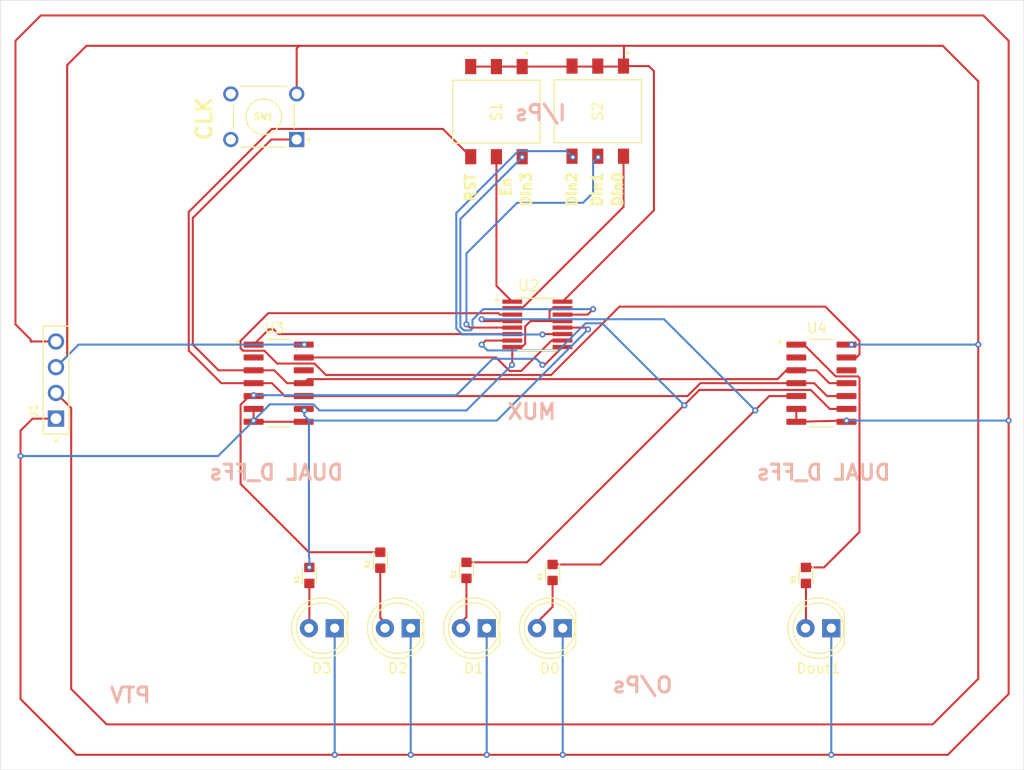
<source format=kicad_pcb>
(kicad_pcb (version 20240108) (generator "pcbnew") (generator_version "8.0")
  (layers (0 "F.Cu" signal) (31 "B.Cu" signal) (34 "B.Paste" user) (35 "F.Paste" user) (36 "B.SilkS" user "B.Silkscreen") (37 "F.SilkS" user "F.Silkscreen") (38 "B.Mask" user) (39 "F.Mask" user) (44 "Edge.Cuts" user))
  (net 0 "")
  (net 1 "D0")
  (net 2 "D1")
  (net 3 "D2")
  (net 4 "D3")
  (net 5 "Dout")
  (net 6 "CLK")
  (net 7 "RST")
  (net 8 "En")
  (net 9 "Net-(D0-A)")
  (net 10 "Net-(D1-A)")
  (net 11 "Net-(D2-A)")
  (net 12 "Net-(D3-A)")
  (net 15 "Vdd")
  (net 16 "GND")
  (net 17 "Net-(U2-S4A)")
  (net 18 "Net-(U2-S2A)")
  (net 19 "Net-(U2-S1A)")
  (net 20 "Net-(U2-S3A)")
  (net 21 "Net-(U2-S1B)")
  (net 22 "Net-(U2-S2B)")
  (net 23 "Net-(U2-S3B)")
  (net 24 "Net-(Dout1-A)")
  (footprint "LED_THT:LED_D5.0mm" (layer "F.Cu") (at 133 150.5 180)
    (property "Reference" "D2" (at 1.27 -3.96 180) (layer "F.SilkS"))
    (property "Value" "LED")
    (fp_line (start -1.29 -1.545) (end -1.29 1.545) (stroke (width 0.12)) (layer "F.SilkS"))
    (fp_arc (start 4.26 -0.000462) (mid 2.072002 2.880433) (end -1.29 1.54483) (stroke (width 0.12)) (layer "F.SilkS"))
    (fp_arc (start -1.29 -1.54483) (mid 2.072002 -2.880433) (end 4.26 0.000462) (stroke (width 0.12)) (layer "F.SilkS"))
    (fp_circle (center 1.27 0) (end 3.77 0) (stroke (width 0.12)) (fill none) (layer "F.SilkS"))
    (pad "1" thru_hole rect (at 0 0 180) (size 1.8 1.8) (drill 0.9) (layers "*.Cu" "*.Mask") (net 16 "GND"))
    (pad "2" thru_hole circle (at 2.54 0 180) (size 1.8 1.8) (drill 0.9) (layers "*.Cu" "*.Mask") (net 11 "Net-(D2-A)"))
  )
  (footprint "ADG794BRQZ:SOP64P600X175-16N" (layer "F.Cu") (at 145.5 120.5)
    (property "Reference" "U2" (at -0.856285 -3.806405 0) (layer "F.SilkS") (effects (font (size 1.083835 1.083835))))
    (property "Value" "ADG794BRQZ")
    (fp_line (start -1.955 -2.575) (end 1.955 -2.575) (stroke (width 0.127)) (layer "F.SilkS"))
    (fp_line (start -1.955 2.575) (end 1.955 2.575) (stroke (width 0.127)) (layer "F.SilkS"))
    (fp_circle (center -4.04 -2.45) (end -3.84 -2.45) (fill solid) (layer "F.SilkS"))
    (pad "1" smd roundrect (at -2.48 -2.24) (size 1.96 0.41) (layers "F.Cu" "F.Paste" "F.Mask") (roundrect_rratio 0.05) (net 8 "En"))
    (pad "2" smd roundrect (at -2.48 -1.6) (size 1.96 0.41) (layers "F.Cu" "F.Paste" "F.Mask") (roundrect_rratio 0.05) (net 19 "Net-(U2-S1A)"))
    (pad "3" smd roundrect (at -2.48 -0.96) (size 1.96 0.41) (layers "F.Cu" "F.Paste" "F.Mask") (roundrect_rratio 0.05) (net 21 "Net-(U2-S1B)"))
    (pad "4" smd roundrect (at -2.48 -0.32) (size 1.96 0.41) (layers "F.Cu" "F.Paste" "F.Mask") (roundrect_rratio 0.05) (net 1 "D0"))
    (pad "5" smd roundrect (at -2.48 0.32) (size 1.96 0.41) (layers "F.Cu" "F.Paste" "F.Mask") (roundrect_rratio 0.05) (net 18 "Net-(U2-S2A)"))
    (pad "6" smd roundrect (at -2.48 0.96) (size 1.96 0.41) (layers "F.Cu" "F.Paste" "F.Mask") (roundrect_rratio 0.05) (net 22 "Net-(U2-S2B)"))
    (pad "7" smd roundrect (at -2.48 1.6) (size 1.96 0.41) (layers "F.Cu" "F.Paste" "F.Mask") (roundrect_rratio 0.05) (net 2 "D1"))
    (pad "8" smd roundrect (at -2.48 2.24) (size 1.96 0.41) (layers "F.Cu" "F.Paste" "F.Mask") (roundrect_rratio 0.05) (net 16 "GND"))
    (pad "9" smd roundrect (at 2.48 2.24) (size 1.96 0.41) (layers "F.Cu" "F.Paste" "F.Mask") (roundrect_rratio 0.05) (net 3 "D2"))
    (pad "10" smd roundrect (at 2.48 1.6) (size 1.96 0.41) (layers "F.Cu" "F.Paste" "F.Mask") (roundrect_rratio 0.05) (net 23 "Net-(U2-S3B)"))
    (pad "11" smd roundrect (at 2.48 0.96) (size 1.96 0.41) (layers "F.Cu" "F.Paste" "F.Mask") (roundrect_rratio 0.05) (net 20 "Net-(U2-S3A)"))
    (pad "12" smd roundrect (at 2.48 0.32) (size 1.96 0.41) (layers "F.Cu" "F.Paste" "F.Mask") (roundrect_rratio 0.05) (net 4 "D3"))
    (pad "13" smd roundrect (at 2.48 -0.32) (size 1.96 0.41) (layers "F.Cu" "F.Paste" "F.Mask") (roundrect_rratio 0.05) (net 16 "GND"))
    (pad "14" smd roundrect (at 2.48 -0.96) (size 1.96 0.41) (layers "F.Cu" "F.Paste" "F.Mask") (roundrect_rratio 0.05) (net 17 "Net-(U2-S4A)"))
    (pad "15" smd roundrect (at 2.48 -1.6) (size 1.96 0.41) (layers "F.Cu" "F.Paste" "F.Mask") (roundrect_rratio 0.05) (net 16 "GND"))
    (pad "16" smd roundrect (at 2.48 -2.24) (size 1.96 0.41) (layers "F.Cu" "F.Paste" "F.Mask") (roundrect_rratio 0.05) (net 15 "Vdd"))
  )
  (footprint "LED_THT:LED_D5.0mm" (layer "F.Cu") (at 148 150.5 180)
    (property "Reference" "D0" (at 1.27 -3.96 180) (layer "F.SilkS"))
    (property "Value" "LED")
    (fp_line (start -1.29 -1.545) (end -1.29 1.545) (stroke (width 0.12)) (layer "F.SilkS"))
    (fp_arc (start 4.26 -0.000462) (mid 2.072002 2.880433) (end -1.29 1.54483) (stroke (width 0.12)) (layer "F.SilkS"))
    (fp_arc (start -1.29 -1.54483) (mid 2.072002 -2.880433) (end 4.26 0.000462) (stroke (width 0.12)) (layer "F.SilkS"))
    (fp_circle (center 1.27 0) (end 3.77 0) (stroke (width 0.12)) (fill none) (layer "F.SilkS"))
    (pad "1" thru_hole rect (at 0 0 180) (size 1.8 1.8) (drill 0.9) (layers "*.Cu" "*.Mask") (net 16 "GND"))
    (pad "2" thru_hole circle (at 2.54 0 180) (size 1.8 1.8) (drill 0.9) (layers "*.Cu" "*.Mask") (net 9 "Net-(D0-A)"))
  )
  (footprint "RP73D1J13RBTDG:RESC1608X50N" (layer "F.Cu") (at 123 145.29 90)
    (property "Reference" "R1" (at -0.406158 -1.250001 -90) (layer "F.SilkS") (effects (font (size 0.415311 0.415311))))
    (property "Value" "RP73D1J13RBTDG" (hide yes))
    (fp_line (start -0.8 -0.69) (end 0.8 -0.69) (stroke (width 0.127)) (layer "F.SilkS"))
    (fp_line (start -0.8 0.69) (end 0.8 0.69) (stroke (width 0.127)) (layer "F.SilkS"))
    (pad "1" smd roundrect (at -0.79 0 90) (size 0.94 1.02) (layers "F.Cu" "F.Paste" "F.Mask") (roundrect_rratio 0.1) (net 12 "Net-(D3-A)"))
    (pad "2" smd roundrect (at 0.79 0 90) (size 0.94 1.02) (layers "F.Cu" "F.Paste" "F.Mask") (roundrect_rratio 0.1) (net 4 "D3"))
  )
  (footprint "RP73D1J13RBTDG:RESC1608X50N" (layer "F.Cu") (at 130 143.79 90)
    (property "Reference" "R2" (at -0.406158 -1.250001 -90) (layer "F.SilkS") (effects (font (size 0.415311 0.415311))))
    (property "Value" "RP73D1J13RBTDG" (hide yes))
    (fp_line (start -0.8 -0.69) (end 0.8 -0.69) (stroke (width 0.127)) (layer "F.SilkS"))
    (fp_line (start -0.8 0.69) (end 0.8 0.69) (stroke (width 0.127)) (layer "F.SilkS"))
    (pad "1" smd roundrect (at -0.79 0 90) (size 0.94 1.02) (layers "F.Cu" "F.Paste" "F.Mask") (roundrect_rratio 0.1) (net 11 "Net-(D2-A)"))
    (pad "2" smd roundrect (at 0.79 0 90) (size 0.94 1.02) (layers "F.Cu" "F.Paste" "F.Mask") (roundrect_rratio 0.1) (net 3 "D2"))
  )
  (footprint "RP73D1J13RBTDG:RESC1608X50N" (layer "F.Cu") (at 147 145 90)
    (property "Reference" "R4" (at -0.406158 -1.250001 -90) (layer "F.SilkS") (effects (font (size 0.415311 0.415311))))
    (property "Value" "RP73D1J13RBTDG" (hide yes))
    (fp_line (start -0.8 -0.69) (end 0.8 -0.69) (stroke (width 0.127)) (layer "F.SilkS"))
    (fp_line (start -0.8 0.69) (end 0.8 0.69) (stroke (width 0.127)) (layer "F.SilkS"))
    (pad "1" smd roundrect (at -0.79 0 90) (size 0.94 1.02) (layers "F.Cu" "F.Paste" "F.Mask") (roundrect_rratio 0.1) (net 9 "Net-(D0-A)"))
    (pad "2" smd roundrect (at 0.79 0 90) (size 0.94 1.02) (layers "F.Cu" "F.Paste" "F.Mask") (roundrect_rratio 0.1) (net 1 "D0"))
  )
  (footprint "DS04-254-2-03BK-SMT:SW_DS04-254-2-03BK-SMT" (layer "F.Cu") (at 141.46 99.5 -90)
    (property "Reference" "S1" (at 0 0 90) (layer "F.SilkS"))
    (property "Value" "DS04-254-2-03BK-SMT")
    (fp_line (start -3.1 4.31) (end -3.1 -4.31) (stroke (width 0.127)) (layer "F.SilkS"))
    (fp_line (start 3.1 4.31) (end -3.1 4.31) (stroke (width 0.127)) (layer "F.SilkS"))
    (fp_line (start -3.1 -4.31) (end 3.1 -4.31) (stroke (width 0.127)) (layer "F.SilkS"))
    (fp_line (start 3.1 -4.31) (end 3.1 4.31) (stroke (width 0.127)) (layer "F.SilkS"))
    (fp_circle (center -5.75 -2.97) (end -5.65 -2.97) (stroke (width 0.2)) (fill none) (layer "F.SilkS"))
    (pad "1A" smd rect (at -4.45 -2.54 270) (size 1.5 1.1) (layers "F.Cu" "F.Paste" "F.Mask") (net 15 "Vdd"))
    (pad "1B" smd rect (at 4.45 -2.54 90) (size 1.5 1.1) (layers "F.Cu" "F.Paste" "F.Mask") (net 17 "Net-(U2-S4A)"))
    (pad "2A" smd rect (at -4.45 0 270) (size 1.5 1.1) (layers "F.Cu" "F.Paste" "F.Mask") (net 15 "Vdd"))
    (pad "2B" smd rect (at 4.45 0 90) (size 1.5 1.1) (layers "F.Cu" "F.Paste" "F.Mask") (net 8 "En"))
    (pad "3A" smd rect (at -4.45 2.54 270) (size 1.5 1.1) (layers "F.Cu" "F.Paste" "F.Mask") (net 15 "Vdd"))
    (pad "3B" smd rect (at 4.45 2.54 90) (size 1.5 1.1) (layers "F.Cu" "F.Paste" "F.Mask") (net 7 "RST"))
  )
  (footprint "CD4013BMT:SOIC127P600X175-14N" (layer "F.Cu") (at 119.975 126.31)
    (property "Reference" "U3" (at -0.425 -5.435 0) (layer "F.SilkS"))
    (property "Value" "CD4013BMT")
    (fp_line (start -1.17 -4.325) (end 1.17 -4.325) (stroke (width 0.127)) (layer "F.SilkS"))
    (fp_line (start -1.17 4.325) (end 1.17 4.325) (stroke (width 0.127)) (layer "F.SilkS"))
    (fp_circle (center -4.05 -4.1) (end -3.95 -4.1) (stroke (width 0.2)) (fill none) (layer "F.SilkS"))
    (pad "1" smd roundrect (at -2.475 -3.81) (size 1.97 0.6) (layers "F.Cu" "F.Paste" "F.Mask") (roundrect_rratio 0.15) (net 22 "Net-(U2-S2B)"))
    (pad "2" smd roundrect (at -2.475 -2.54) (size 1.97 0.6) (layers "F.Cu" "F.Paste" "F.Mask") (roundrect_rratio 0.15))
    (pad "3" smd roundrect (at -2.475 -1.27) (size 1.97 0.6) (layers "F.Cu" "F.Paste" "F.Mask") (roundrect_rratio 0.15) (net 6 "CLK"))
    (pad "4" smd roundrect (at -2.475 0) (size 1.97 0.6) (layers "F.Cu" "F.Paste" "F.Mask") (roundrect_rratio 0.15) (net 7 "RST"))
    (pad "5" smd roundrect (at -2.475 1.27) (size 1.97 0.6) (layers "F.Cu" "F.Paste" "F.Mask") (roundrect_rratio 0.15) (net 3 "D2"))
    (pad "6" smd roundrect (at -2.475 2.54) (size 1.97 0.6) (layers "F.Cu" "F.Paste" "F.Mask") (roundrect_rratio 0.15) (net 16 "GND"))
    (pad "7" smd roundrect (at -2.475 3.81) (size 1.97 0.6) (layers "F.Cu" "F.Paste" "F.Mask") (roundrect_rratio 0.15) (net 16 "GND"))
    (pad "8" smd roundrect (at 2.475 3.81) (size 1.97 0.6) (layers "F.Cu" "F.Paste" "F.Mask") (roundrect_rratio 0.15) (net 16 "GND"))
    (pad "9" smd roundrect (at 2.475 2.54) (size 1.97 0.6) (layers "F.Cu" "F.Paste" "F.Mask") (roundrect_rratio 0.15) (net 4 "D3"))
    (pad "10" smd roundrect (at 2.475 1.27) (size 1.97 0.6) (layers "F.Cu" "F.Paste" "F.Mask") (roundrect_rratio 0.15) (net 7 "RST"))
    (pad "11" smd roundrect (at 2.475 0) (size 1.97 0.6) (layers "F.Cu" "F.Paste" "F.Mask") (roundrect_rratio 0.15) (net 6 "CLK"))
    (pad "12" smd roundrect (at 2.475 -1.27) (size 1.97 0.6) (layers "F.Cu" "F.Paste" "F.Mask") (roundrect_rratio 0.15))
    (pad "13" smd roundrect (at 2.475 -2.54) (size 1.97 0.6) (layers "F.Cu" "F.Paste" "F.Mask") (roundrect_rratio 0.15) (net 23 "Net-(U2-S3B)"))
    (pad "14" smd roundrect (at 2.475 -3.81) (size 1.97 0.6) (layers "F.Cu" "F.Paste" "F.Mask") (roundrect_rratio 0.15) (net 15 "Vdd"))
  )
  (footprint "PPTC041LFBN-RC:SULLINS_PPTC041LFBN-RC" (layer "F.Cu") (at 98 126 90)
    (property "Reference" "J1" (at -3.02 -2.208 -90) (layer "F.SilkS") (effects (font (size 0.8 0.8))))
    (property "Value" "PPTC041LFBN-RC")
    (fp_line (start 5.33 -1.27) (end -5.33 -1.27) (stroke (width 0.127)) (layer "F.SilkS"))
    (fp_line (start -5.33 -1.27) (end -5.33 1.27) (stroke (width 0.127)) (layer "F.SilkS"))
    (fp_line (start 5.33 1.27) (end 5.33 -1.27) (stroke (width 0.127)) (layer "F.SilkS"))
    (fp_line (start -5.33 1.27) (end 5.33 1.27) (stroke (width 0.127)) (layer "F.SilkS"))
    (fp_circle (center -5.96 0.05) (end -5.86 0.05) (stroke (width 0.2)) (fill none) (layer "F.SilkS"))
    (pad "1" thru_hole rect (at -3.81 0 90) (size 1.605 1.605) (drill 1.07) (layers "*.Cu" "*.Mask") (net 16 "GND"))
    (pad "2" thru_hole circle (at -1.27 0 90) (size 1.605 1.605) (drill 1.07) (layers "*.Cu" "*.Mask") (net 15 "Vdd"))
    (pad "3" thru_hole circle (at 1.27 0 90) (size 1.605 1.605) (drill 1.07) (layers "*.Cu" "*.Mask") (net 15 "Vdd"))
    (pad "4" thru_hole circle (at 3.81 0 90) (size 1.605 1.605) (drill 1.07) (layers "*.Cu" "*.Mask") (net 16 "GND"))
  )
  (footprint "LED_THT:LED_D5.0mm" (layer "F.Cu") (at 174.5 150.5 180)
    (property "Reference" "Dout1" (at 1.27 -3.96 180) (layer "F.SilkS"))
    (property "Value" "LED")
    (fp_line (start -1.29 -1.545) (end -1.29 1.545) (stroke (width 0.12)) (layer "F.SilkS"))
    (fp_arc (start 4.26 -0.000462) (mid 2.072002 2.880433) (end -1.29 1.54483) (stroke (width 0.12)) (layer "F.SilkS"))
    (fp_arc (start -1.29 -1.54483) (mid 2.072002 -2.880433) (end 4.26 0.000462) (stroke (width 0.12)) (layer "F.SilkS"))
    (fp_circle (center 1.27 0) (end 3.77 0) (stroke (width 0.12)) (fill none) (layer "F.SilkS"))
    (pad "1" thru_hole rect (at 0 0 180) (size 1.8 1.8) (drill 0.9) (layers "*.Cu" "*.Mask") (net 16 "GND"))
    (pad "2" thru_hole circle (at 2.54 0 180) (size 1.8 1.8) (drill 0.9) (layers "*.Cu" "*.Mask") (net 24 "Net-(Dout1-A)"))
  )
  (footprint "RP73D1J13RBTDG:RESC1608X50N" (layer "F.Cu") (at 138.5 144.79 90)
    (property "Reference" "R3" (at -0.406158 -1.250001 -90) (layer "F.SilkS") (effects (font (size 0.415311 0.415311))))
    (property "Value" "RP73D1J13RBTDG" (hide yes))
    (fp_line (start -0.8 -0.69) (end 0.8 -0.69) (stroke (width 0.127)) (layer "F.SilkS"))
    (fp_line (start -0.8 0.69) (end 0.8 0.69) (stroke (width 0.127)) (layer "F.SilkS"))
    (pad "1" smd roundrect (at -0.79 0 90) (size 0.94 1.02) (layers "F.Cu" "F.Paste" "F.Mask") (roundrect_rratio 0.1) (net 10 "Net-(D1-A)"))
    (pad "2" smd roundrect (at 0.79 0 90) (size 0.94 1.02) (layers "F.Cu" "F.Paste" "F.Mask") (roundrect_rratio 0.1) (net 2 "D1"))
  )
  (footprint "RP73D1J13RBTDG:RESC1608X50N" (layer "F.Cu") (at 172 145.29 90)
    (property "Reference" "R5" (at -0.406158 -1.250001 -90) (layer "F.SilkS") (effects (font (size 0.415311 0.415311))))
    (property "Value" "RP73D1J13RBTDG" (hide yes))
    (fp_line (start -0.8 -0.69) (end 0.8 -0.69) (stroke (width 0.127)) (layer "F.SilkS"))
    (fp_line (start -0.8 0.69) (end 0.8 0.69) (stroke (width 0.127)) (layer "F.SilkS"))
    (pad "1" smd roundrect (at -0.79 0 90) (size 0.94 1.02) (layers "F.Cu" "F.Paste" "F.Mask") (roundrect_rratio 0.1) (net 24 "Net-(Dout1-A)"))
    (pad "2" smd roundrect (at 0.79 0 90) (size 0.94 1.02) (layers "F.Cu" "F.Paste" "F.Mask") (roundrect_rratio 0.1) (net 5 "Dout"))
  )
  (footprint "LED_THT:LED_D5.0mm" (layer "F.Cu") (at 125.5 150.5 180)
    (property "Reference" "D3" (at 1.27 -3.96 180) (layer "F.SilkS"))
    (property "Value" "LED")
    (fp_line (start -1.29 -1.545) (end -1.29 1.545) (stroke (width 0.12)) (layer "F.SilkS"))
    (fp_arc (start 4.26 -0.000462) (mid 2.072002 2.880433) (end -1.29 1.54483) (stroke (width 0.12)) (layer "F.SilkS"))
    (fp_arc (start -1.29 -1.54483) (mid 2.072002 -2.880433) (end 4.26 0.000462) (stroke (width 0.12)) (layer "F.SilkS"))
    (fp_circle (center 1.27 0) (end 3.77 0) (stroke (width 0.12)) (fill none) (layer "F.SilkS"))
    (pad "1" thru_hole rect (at 0 0 180) (size 1.8 1.8) (drill 0.9) (layers "*.Cu" "*.Mask") (net 16 "GND"))
    (pad "2" thru_hole circle (at 2.54 0 180) (size 1.8 1.8) (drill 0.9) (layers "*.Cu" "*.Mask") (net 12 "Net-(D3-A)"))
  )
  (footprint "DS04-254-2-03BK-SMT:SW_DS04-254-2-03BK-SMT" (layer "F.Cu") (at 151.46 99.45 -90)
    (property "Reference" "S2" (at 0 0 90) (layer "F.SilkS"))
    (property "Value" "DS04-254-2-03BK-SMT" (hide yes))
    (fp_line (start -3.1 4.31) (end -3.1 -4.31) (stroke (width 0.127)) (layer "F.SilkS"))
    (fp_line (start 3.1 4.31) (end -3.1 4.31) (stroke (width 0.127)) (layer "F.SilkS"))
    (fp_line (start -3.1 -4.31) (end 3.1 -4.31) (stroke (width 0.127)) (layer "F.SilkS"))
    (fp_line (start 3.1 -4.31) (end 3.1 4.31) (stroke (width 0.127)) (layer "F.SilkS"))
    (fp_circle (center -5.75 -2.97) (end -5.65 -2.97) (stroke (width 0.2)) (fill none) (layer "F.SilkS"))
    (pad "1A" smd rect (at -4.45 -2.54 270) (size 1.5 1.1) (layers "F.Cu" "F.Paste" "F.Mask") (net 15 "Vdd"))
    (pad "1B" smd rect (at 4.45 -2.54 90) (size 1.5 1.1) (layers "F.Cu" "F.Paste" "F.Mask") (net 19 "Net-(U2-S1A)"))
    (pad "2A" smd rect (at -4.45 0 270) (size 1.5 1.1) (layers "F.Cu" "F.Paste" "F.Mask") (net 15 "Vdd"))
    (pad "2B" smd rect (at 4.45 0 90) (size 1.5 1.1) (layers "F.Cu" "F.Paste" "F.Mask") (net 18 "Net-(U2-S2A)"))
    (pad "3A" smd rect (at -4.45 2.54 270) (size 1.5 1.1) (layers "F.Cu" "F.Paste" "F.Mask") (net 15 "Vdd"))
    (pad "3B" smd rect (at 4.45 2.54 90) (size 1.5 1.1) (layers "F.Cu" "F.Paste" "F.Mask") (net 20 "Net-(U2-S3A)"))
  )
  (footprint "1825910-6:SW_1825910-6-4" (layer "F.Cu") (at 118.5 100 180)
    (property "Reference" "SW1" (at 0 0 180) (layer "F.SilkS") (effects (font (size 0.630643 0.630643))))
    (property "Value" "1825910-6")
    (fp_line (start 3 -1.15) (end 3 1.15) (stroke (width 0.127)) (layer "F.SilkS"))
    (fp_line (start 2.3 2.995) (end -2.3 2.995) (stroke (width 0.127)) (layer "F.SilkS"))
    (fp_line (start -2.2 -2.995) (end 2.3 -2.995) (stroke (width 0.127)) (layer "F.SilkS"))
    (fp_line (start -2.995 -1.15) (end -2.995 1.15) (stroke (width 0.127)) (layer "F.SilkS"))
    (fp_circle (center 0 0) (end 1.755 0) (stroke (width 0.127)) (fill none) (layer "F.SilkS"))
    (fp_circle (center -4.445 -2.25) (end -4.345 -2.25) (stroke (width 0.2)) (fill none) (layer "F.SilkS"))
    (pad "1" thru_hole rect (at -3.25 -2.25 180) (size 1.498 1.498) (drill 0.99) (layers "*.Cu" "*.Mask") (net 6 "CLK"))
    (pad "2" thru_hole circle (at 3.25 -2.25 180) (size 1.498 1.498) (drill 0.99) (layers "*.Cu" "*.Mask"))
    (pad "3" thru_hole circle (at -3.25 2.25 180) (size 1.498 1.498) (drill 0.99) (layers "*.Cu" "*.Mask") (net 15 "Vdd"))
    (pad "4" thru_hole circle (at 3.25 2.25 180) (size 1.498 1.498) (drill 0.99) (layers "*.Cu" "*.Mask"))
  )
  (footprint "CD4013BMT:SOIC127P600X175-14N" (layer "F.Cu") (at 173.525 126.31)
    (property "Reference" "U4" (at -0.425 -5.435 0) (layer "F.SilkS"))
    (property "Value" "CD4013BMT")
    (fp_line (start -1.17 -4.325) (end 1.17 -4.325) (stroke (width 0.127)) (layer "F.SilkS"))
    (fp_line (start -1.17 4.325) (end 1.17 4.325) (stroke (width 0.127)) (layer "F.SilkS"))
    (fp_circle (center -4.05 -4.1) (end -3.95 -4.1) (stroke (width 0.2)) (fill none) (layer "F.SilkS"))
    (pad "1" smd roundrect (at -2.475 -3.81) (size 1.97 0.6) (layers "F.Cu" "F.Paste" "F.Mask") (roundrect_rratio 0.15) (net 5 "Dout"))
    (pad "2" smd roundrect (at -2.475 -2.54) (size 1.97 0.6) (layers "F.Cu" "F.Paste" "F.Mask") (roundrect_rratio 0.15))
    (pad "3" smd roundrect (at -2.475 -1.27) (size 1.97 0.6) (layers "F.Cu" "F.Paste" "F.Mask") (roundrect_rratio 0.15) (net 6 "CLK"))
    (pad "4" smd roundrect (at -2.475 0) (size 1.97 0.6) (layers "F.Cu" "F.Paste" "F.Mask") (roundrect_rratio 0.15) (net 7 "RST"))
    (pad "5" smd roundrect (at -2.475 1.27) (size 1.97 0.6) (layers "F.Cu" "F.Paste" "F.Mask") (roundrect_rratio 0.15) (net 1 "D0"))
    (pad "6" smd roundrect (at -2.475 2.54) (size 1.97 0.6) (layers "F.Cu" "F.Paste" "F.Mask") (roundrect_rratio 0.15) (net 16 "GND"))
    (pad "7" smd roundrect (at -2.475 3.81) (size 1.97 0.6) (layers "F.Cu" "F.Paste" "F.Mask") (roundrect_rratio 0.15) (net 16 "GND"))
    (pad "8" smd roundrect (at 2.475 3.81) (size 1.97 0.6) (layers "F.Cu" "F.Paste" "F.Mask") (roundrect_rratio 0.15) (net 16 "GND"))
    (pad "9" smd roundrect (at 2.475 2.54) (size 1.97 0.6) (layers "F.Cu" "F.Paste" "F.Mask") (roundrect_rratio 0.15) (net 2 "D1"))
    (pad "10" smd roundrect (at 2.475 1.27) (size 1.97 0.6) (layers "F.Cu" "F.Paste" "F.Mask") (roundrect_rratio 0.15) (net 7 "RST"))
    (pad "11" smd roundrect (at 2.475 0) (size 1.97 0.6) (layers "F.Cu" "F.Paste" "F.Mask") (roundrect_rratio 0.15) (net 6 "CLK"))
    (pad "12" smd roundrect (at 2.475 -1.27) (size 1.97 0.6) (layers "F.Cu" "F.Paste" "F.Mask") (roundrect_rratio 0.15))
    (pad "13" smd roundrect (at 2.475 -2.54) (size 1.97 0.6) (layers "F.Cu" "F.Paste" "F.Mask") (roundrect_rratio 0.15) (net 21 "Net-(U2-S1B)"))
    (pad "14" smd roundrect (at 2.475 -3.81) (size 1.97 0.6) (layers "F.Cu" "F.Paste" "F.Mask") (roundrect_rratio 0.15) (net 15 "Vdd"))
  )
  (footprint "LED_THT:LED_D5.0mm" (layer "F.Cu") (at 140.5 150.5 180)
    (property "Reference" "D1" (at 1.27 -3.96 180) (layer "F.SilkS"))
    (property "Value" "LED")
    (fp_line (start -1.29 -1.545) (end -1.29 1.545) (stroke (width 0.12)) (layer "F.SilkS"))
    (fp_arc (start 4.26 -0.000462) (mid 2.072002 2.880433) (end -1.29 1.54483) (stroke (width 0.12)) (layer "F.SilkS"))
    (fp_arc (start -1.29 -1.54483) (mid 2.072002 -2.880433) (end 4.26 0.000462) (stroke (width 0.12)) (layer "F.SilkS"))
    (fp_circle (center 1.27 0) (end 3.77 0) (stroke (width 0.12)) (fill none) (layer "F.SilkS"))
    (pad "1" thru_hole rect (at 0 0 180) (size 1.8 1.8) (drill 0.9) (layers "*.Cu" "*.Mask") (net 16 "GND"))
    (pad "2" thru_hole circle (at 2.54 0 180) (size 1.8 1.8) (drill 0.9) (layers "*.Cu" "*.Mask") (net 10 "Net-(D1-A)"))
  )
  (gr_rect (start 92.5 88.5) (end 193.5 164.5) (stroke (width 0.05)) (fill none) (layer "Edge.Cuts"))
  (gr_text "DUAL D_FFs\n" (at 180.5 136 0) (layer "B.SilkS") (effects (font (size 1.5 1.5) (thickness 0.3) (bold yes)) (justify left bottom mirror)))
  (gr_text "PTV" (at 107.5 158 0) (layer "B.SilkS") (effects (font (size 1.5 1.5) (thickness 0.3) (bold yes)) (justify left bottom mirror)))
  (gr_text "O/Ps" (at 159 157 0) (layer "B.SilkS") (effects (font (size 1.5 1.5) (thickness 0.3) (bold yes)) (justify left bottom mirror)))
  (gr_text "MUX" (at 147.5 130 0) (layer "B.SilkS") (effects (font (size 1.5 1.5) (thickness 0.3) (bold yes)) (justify left bottom mirror)))
  (gr_text "I/Ps\n" (at 148.5 100.5 0) (layer "B.SilkS") (effects (font (size 1.5 1.5) (thickness 0.3) (bold yes)) (justify left bottom mirror)))
  (gr_text "DUAL D_FFs\n" (at 126.5 136 0) (layer "B.SilkS") (effects (font (size 1.5 1.5) (thickness 0.3) (bold yes)) (justify left bottom mirror)))
  (gr_text "RST" (at 139.5 108.5 90) (layer "F.SilkS") (effects (font (size 1 1) (thickness 0.25) (bold yes)) (justify left bottom)))
  (gr_text "Din0" (at 154 109 90) (layer "F.SilkS") (effects (font (size 1 1) (thickness 0.25) (bold yes)) (justify left bottom)))
  (gr_text "CLK" (at 113.5 102.5 90) (layer "F.SilkS") (effects (font (size 1.5 1.5) (thickness 0.3) (bold yes)) (justify left bottom)))
  (gr_text "Din3" (at 145 109 90) (layer "F.SilkS") (effects (font (size 1 1) (thickness 0.25) (bold yes)) (justify left bottom)))
  (gr_text "Din1" (at 152 109 90) (layer "F.SilkS") (effects (font (size 1 1) (thickness 0.25) (bold yes)) (justify left bottom)))
  (gr_text "En" (at 143 108 90) (layer "F.SilkS") (effects (font (size 1 1) (thickness 0.25) (bold yes)) (justify left bottom)))
  (gr_text "Din2" (at 149.5 109 90) (layer "F.SilkS") (effects (font (size 1 1) (thickness 0.25) (bold yes)) (justify left bottom)))
  (segment (start 167 128.96) (end 167 129) (width 0.2) (layer "F.Cu") (net 1))
  (segment (start 143.02 120.18) (end 140.18 120.18) (width 0.2) (layer "F.Cu") (net 1))
  (segment (start 152.98 142.98) (end 151.75 144.21) (width 0.2) (layer "F.Cu") (net 1))
  (segment (start 140.18 120.18) (end 140 120) (width 0.2) (layer "F.Cu") (net 1))
  (segment (start 167 129) (end 166.96 129) (width 0.2) (layer "F.Cu") (net 1))
  (segment (start 166.96 129) (end 152.98 142.98) (width 0.2) (layer "F.Cu") (net 1))
  (segment (start 151.75 144.21) (end 147 144.21) (width 0.2) (layer "F.Cu") (net 1))
  (segment (start 171.05 127.58) (end 168.38 127.58) (width 0.2) (layer "F.Cu") (net 1))
  (segment (start 168.38 127.58) (end 167 128.96) (width 0.2) (layer "F.Cu") (net 1))
  (via (at 140 120) (size 0.6) (drill 0.3) (layers "F.Cu" "B.Cu") (net 1))
  (via (at 167 129) (size 0.6) (drill 0.3) (layers "F.Cu" "B.Cu") (net 1))
  (segment (start 158 120) (end 167 129) (width 0.2) (layer "B.Cu") (net 1))
  (segment (start 140 120) (end 158 120) (width 0.2) (layer "B.Cu") (net 1))
  (segment (start 161.48 126.98) (end 160 128.46) (width 0.2) (layer "F.Cu") (net 2))
  (segment (start 144.46 144) (end 138.5 144) (width 0.2) (layer "F.Cu") (net 2))
  (segment (start 174.35 128.85) (end 172.48 126.98) (width 0.2) (layer "F.Cu") (net 2))
  (segment (start 160 128.46) (end 160 128.5) (width 0.2) (layer "F.Cu") (net 2))
  (segment (start 172.48 126.98) (end 161.48 126.98) (width 0.2) (layer "F.Cu") (net 2))
  (segment (start 140.4 122.1) (end 140 122.5) (width 0.2) (layer "F.Cu") (net 2))
  (segment (start 160 128.5) (end 159.96 128.5) (width 0.2) (layer "F.Cu") (net 2))
  (segment (start 159.96 128.5) (end 144.98 143.48) (width 0.2) (layer "F.Cu") (net 2))
  (segment (start 143.02 122.1) (end 140.4 122.1) (width 0.2) (layer "F.Cu") (net 2))
  (segment (start 176 128.85) (end 174.35 128.85) (width 0.2) (layer "F.Cu") (net 2))
  (segment (start 144.98 143.48) (end 144.46 144) (width 0.2) (layer "F.Cu") (net 2))
  (via (at 160 128.5) (size 0.6) (drill 0.3) (layers "F.Cu" "B.Cu") (net 2))
  (via (at 140 122.5) (size 0.6) (drill 0.3) (layers "F.Cu" "B.Cu") (net 2))
  (segment (start 160 128.5) (end 151.9 120.4) (width 0.2) (layer "B.Cu") (net 2))
  (segment (start 151.9 120.4) (end 150.251471 120.4) (width 0.2) (layer "B.Cu") (net 2))
  (segment (start 140.575736 123.075736) (end 140 122.5) (width 0.2) (layer "B.Cu") (net 2))
  (segment (start 150.251471 120.4) (end 147.575736 123.075736) (width 0.2) (layer "B.Cu") (net 2))
  (segment (start 147.575736 123.075736) (end 140.575736 123.075736) (width 0.2) (layer "B.Cu") (net 2))
  (segment (start 122.48 142.52) (end 122.96 143) (width 0.2) (layer "F.Cu") (net 3))
  (segment (start 116.215 136.255) (end 122.48 142.52) (width 0.2) (layer "F.Cu") (net 3))
  (segment (start 117.5 127.5) (end 117.08 127.58) (width 0.2) (layer "F.Cu") (net 3))
  (segment (start 117.5 127.58) (end 117.5 127.5) (width 0.2) (layer "F.Cu") (net 3))
  (segment (start 147.98 122.74) (end 146.22 124.5) (width 0.2) (layer "F.Cu") (net 3))
  (segment (start 116.215 128.445) (end 116.215 136.255) (width 0.2) (layer "F.Cu") (net 3))
  (segment (start 117.08 127.58) (end 116.215 128.445) (width 0.2) (layer "F.Cu") (net 3))
  (segment (start 146.22 124.5) (end 146 124.5) (width 0.2) (layer "F.Cu") (net 3))
  (segment (start 117.5 127.58) (end 118.484999 127.58) (width 0.2) (layer "F.Cu") (net 3))
  (segment (start 122.96 143) (end 130 143) (width 0.2) (layer "F.Cu") (net 3))
  (via (at 146 124.5) (size 0.6) (drill 0.3) (layers "F.Cu" "B.Cu") (net 3))
  (via (at 117.5 127.5) (size 0.6) (drill 0.3) (layers "F.Cu" "B.Cu") (net 3))
  (segment (start 141.1 123.9) (end 145.4 123.9) (width 0.2) (layer "B.Cu") (net 3))
  (segment (start 145.4 123.9) (end 146 124.5) (width 0.2) (layer "B.Cu") (net 3))
  (segment (start 117.5 127.5) (end 137.5 127.5) (width 0.2) (layer "B.Cu") (net 3))
  (segment (start 137.5 127.5) (end 141.1 123.9) (width 0.2) (layer "B.Cu") (net 3))
  (segment (start 150.32 120.82) (end 150.5 121) (width 0.2) (layer "F.Cu") (net 4))
  (segment (start 147.98 120.82) (end 150.32 120.82) (width 0.2) (layer "F.Cu") (net 4))
  (via (at 122.5 129) (size 0.6) (drill 0.3) (layers "F.Cu" "B.Cu") (net 4))
  (via (at 123 144.5) (size 0.6) (drill 0.3) (layers "F.Cu" "B.Cu") (net 4))
  (via (at 150.5 121) (size 0.6) (drill 0.3) (layers "F.Cu" "B.Cu") (net 4))
  (segment (start 122.96 129.96) (end 122.96 130) (width 0.2) (layer "B.Cu") (net 4))
  (segment (start 141.5 130) (end 122.96 130) (width 0.2) (layer "B.Cu") (net 4))
  (segment (start 122.5 129.5) (end 122.96 129.96) (width 0.2) (layer "B.Cu") (net 4))
  (segment (start 122.96 143.5) (end 123 143.54) (width 0.2) (layer "B.Cu") (net 4))
  (segment (start 123 143.54) (end 123 144.5) (width 0.2) (layer "B.Cu") (net 4))
  (segment (start 150.5 121) (end 141.5 130) (width 0.2) (layer "B.Cu") (net 4))
  (segment (start 122.5 129) (end 122.5 129.5) (width 0.2) (layer "B.Cu") (net 4))
  (segment (start 122.96 130) (end 122.96 143.5) (width 0.2) (layer "B.Cu") (net 4))
  (segment (start 177.14 125.64) (end 177.285 125.785) (width 0.2) (layer "F.Cu") (net 5))
  (segment (start 171.800964 122.5) (end 174.940964 125.64) (width 0.2) (layer "F.Cu") (net 5))
  (segment (start 171.05 122.5) (end 171.800964 122.5) (width 0.2) (layer "F.Cu") (net 5))
  (segment (start 173.785 144.5) (end 172 144.5) (width 0.2) (layer "F.Cu") (net 5))
  (segment (start 177.285 141) (end 173.785 144.5) (width 0.2) (layer "F.Cu") (net 5))
  (segment (start 174.940964 125.64) (end 177.14 125.64) (width 0.2) (layer "F.Cu") (net 5))
  (segment (start 177.285 125.785) (end 177.285 141) (width 0.2) (layer "F.Cu") (net 5))
  (segment (start 120.81 126.31) (end 122.45 126.31) (width 0.2) (layer "F.Cu") (net 6))
  (segment (start 173.04 125.04) (end 174.31 126.31) (width 0.2) (layer "F.Cu") (net 6))
  (segment (start 122.45 126.31) (end 122.85 125.91) (width 0.2) (layer "F.Cu") (net 6))
  (segment (start 174.31 126.31) (end 176 126.31) (width 0.2) (layer "F.Cu") (net 6))
  (segment (start 119.25 102.25) (end 121.75 102.25) (width 0.2) (layer "F.Cu") (net 6))
  (segment (start 114.04 125.04) (end 111.5 122.5) (width 0.2) (layer "F.Cu") (net 6))
  (segment (start 171.05 125.04) (end 173.04 125.04) (width 0.2) (layer "F.Cu") (net 6))
  (segment (start 111.5 110) (end 119.25 102.25) (width 0.2) (layer "F.Cu") (net 6))
  (segment (start 117.5 125.04) (end 114.04 125.04) (width 0.2) (layer "F.Cu") (net 6))
  (segment (start 119.54 125.04) (end 120.81 126.31) (width 0.2) (layer "F.Cu") (net 6))
  (segment (start 117.5 125.04) (end 119.54 125.04) (width 0.2) (layer "F.Cu") (net 6))
  (segment (start 122.85 125.91) (end 169.195001 125.91) (width 0.2) (layer "F.Cu") (net 6))
  (segment (start 111.5 122.5) (end 111.5 110) (width 0.2) (layer "F.Cu") (net 6))
  (segment (start 170.065001 125.04) (end 171.05 125.04) (width 0.2) (layer "F.Cu") (net 6))
  (segment (start 169.195001 125.91) (end 170.065001 125.04) (width 0.2) (layer "F.Cu") (net 6))
  (segment (start 111.1 123.1) (end 114.31 126.31) (width 0.2) (layer "F.Cu") (net 7))
  (segment (start 136.171 101.201) (end 119.299 101.201) (width 0.2) (layer "F.Cu") (net 7))
  (segment (start 172.81 126.31) (end 174.08 127.58) (width 0.2) (layer "F.Cu") (net 7))
  (segment (start 174.08 127.58) (end 176 127.58) (width 0.2) (layer "F.Cu") (net 7))
  (segment (start 171.05 126.31) (end 172.81 126.31) (width 0.2) (layer "F.Cu") (net 7))
  (segment (start 111.1 109.4) (end 111.1 123.1) (width 0.2) (layer "F.Cu") (net 7))
  (segment (start 122.45 127.58) (end 160.314314 127.58) (width 0.2) (layer "F.Cu") (net 7))
  (segment (start 138.92 103.95) (end 136.171 101.201) (width 0.2) (layer "F.Cu") (net 7))
  (segment (start 119.31 126.31) (end 120.58 127.58) (width 0.2) (layer "F.Cu") (net 7))
  (segment (start 114.31 126.31) (end 117.5 126.31) (width 0.2) (layer "F.Cu") (net 7))
  (segment (start 160.314314 127.58) (end 161.584314 126.31) (width 0.2) (layer "F.Cu") (net 7))
  (segment (start 117.5 126.31) (end 119.31 126.31) (width 0.2) (layer "F.Cu") (net 7))
  (segment (start 119.299 101.201) (end 111.1 109.4) (width 0.2) (layer "F.Cu") (net 7))
  (segment (start 161.584314 126.31) (end 171.05 126.31) (width 0.2) (layer "F.Cu") (net 7))
  (segment (start 120.58 127.58) (end 122.45 127.58) (width 0.2) (layer "F.Cu") (net 7))
  (segment (start 141.46 103.95) (end 141.46 116.7) (width 0.2) (layer "F.Cu") (net 8))
  (segment (start 141.46 116.7) (end 143.02 118.26) (width 0.2) (layer "F.Cu") (net 8))
  (segment (start 147 145.79) (end 147 148.394314) (width 0.2) (layer "F.Cu") (net 9))
  (segment (start 147 148.394314) (end 145.177157 150.217157) (width 0.2) (layer "F.Cu") (net 9))
  (segment (start 138.5 145.58) (end 138.5 149.394314) (width 0.2) (layer "F.Cu") (net 10))
  (segment (start 138.5 149.394314) (end 137.677157 150.217157) (width 0.2) (layer "F.Cu") (net 10))
  (segment (start 130 149.474314) (end 130.742843 150.217157) (width 0.2) (layer "F.Cu") (net 11))
  (segment (start 130 144.58) (end 130 149.474314) (width 0.2) (layer "F.Cu") (net 11))
  (segment (start 123 150.46) (end 122.96 150.5) (width 0.2) (layer "F.Cu") (net 12))
  (segment (start 123 146.08) (end 123 150.46) (width 0.2) (layer "F.Cu") (net 12))
  (segment (start 99.5 156.5) (end 99.5 128.77) (width 0.2) (layer "F.Cu") (net 15))
  (segment (start 189 122.5) (end 189 155.5) (width 0.2) (layer "F.Cu") (net 15))
  (segment (start 189 96.5) (end 189 122.5) (width 0.2) (layer "F.Cu") (net 15))
  (segment (start 189 155.5) (end 184.5 160) (width 0.2) (layer "F.Cu") (net 15))
  (segment (start 154.04 93.04) (end 154 93) (width 0.2) (layer "F.Cu") (net 15))
  (segment (start 121.75 97.75) (end 121.75 93.25) (width 0.2) (layer "F.Cu") (net 15))
  (segment (start 138.79 95.05) (end 154.04 95.05) (width 0.2) (layer "F.Cu") (net 15))
  (segment (start 99.1025 123.6275) (end 99.1025 94.8975) (width 0.2) (layer "F.Cu") (net 15))
  (segment (start 157 109.24) (end 157 95.5) (width 0.2) (layer "F.Cu") (net 15))
  (segment (start 101 93) (end 122 93) (width 0.2) (layer "F.Cu") (net 15))
  (segment (start 154 93) (end 185.5 93) (width 0.2) (layer "F.Cu") (net 15))
  (segment (start 103 160) (end 99.5 156.5) (width 0.2) (layer "F.Cu") (net 15))
  (segment (start 184.5 160) (end 103 160) (width 0.2) (layer "F.Cu") (net 15))
  (segment (start 147.98 118.26) (end 157 109.24) (width 0.2) (layer "F.Cu") (net 15))
  (segment (start 156.5 95) (end 154 95) (width 0.2) (layer "F.Cu") (net 15))
  (segment (start 99.5 128.77) (end 98 127.27) (width 0.2) (layer "F.Cu") (net 15))
  (segment (start 99.1025 94.8975) (end 101 93) (width 0.2) (layer "F.Cu") (net 15))
  (segment (start 122 93) (end 154 93) (width 0.2) (layer "F.Cu") (net 15))
  (segment (start 157 95.5) (end 156.5 95) (width 0.2) (layer "F.Cu") (net 15))
  (segment (start 121.75 93.25) (end 122 93) (width 0.2) (layer "F.Cu") (net 15))
  (segment (start 98 124.73) (end 99.1025 123.6275) (width 0.2) (layer "F.Cu") (net 15))
  (segment (start 154.04 95.05) (end 154.04 93.04) (width 0.2) (layer "F.Cu") (net 15))
  (segment (start 185.5 93) (end 189 96.5) (width 0.2) (layer "F.Cu") (net 15))
  (via (at 189 122.5) (size 0.6) (drill 0.3) (layers "F.Cu" "B.Cu") (net 15))
  (via (at 176.5 122.5) (size 0.6) (drill 0.3) (layers "F.Cu" "B.Cu") (net 15))
  (via (at 122.5 122.5) (size 0.6) (drill 0.3) (layers "F.Cu" "B.Cu") (net 15))
  (segment (start 176.5 122.5) (end 189 122.5) (width 0.2) (layer "B.Cu") (net 15))
  (segment (start 122.5 122.5) (end 100.23 122.5) (width 0.2) (layer "B.Cu") (net 15))
  (segment (start 100.23 122.5) (end 98 124.73) (width 0.2) (layer "B.Cu") (net 15))
  (segment (start 148 163) (end 140.5 163) (width 0.2) (layer "F.Cu") (net 16))
  (segment (start 143.977824 122.74) (end 144.3 122.417824) (width 0.2) (layer "F.Cu") (net 16))
  (segment (start 94 120.5) (end 95.5 122) (width 0.2) (layer "F.Cu") (net 16))
  (segment (start 94.5 131) (end 95.69 129.81) (width 0.2) (layer "F.Cu") (net 16))
  (segment (start 117.5 128.85) (end 117.5 130) (width 0.2) (layer "F.Cu") (net 16))
  (segment (start 94 92.5) (end 94 120.5) (width 0.2) (layer "F.Cu") (net 16))
  (segment (start 140.5 163) (end 100 163) (width 0.2) (layer "F.Cu") (net 16))
  (segment (start 95.5 122) (end 95.5 122.19) (width 0.2) (layer "F.Cu") (net 16))
  (segment (start 147.98 120.18) (end 147.000001 120.18) (width 0.2) (layer "F.Cu") (net 16))
  (segment (start 95.5 122.19) (end 98 122.19) (width 0.2) (layer "F.Cu") (net 16))
  (segment (start 171.05 128.85) (end 171.05 130.12) (width 0.2) (layer "F.Cu") (net 16))
  (segment (start 144.3 122.417824) (end 144.3 120.7) (width 0.2) (layer "F.Cu") (net 16))
  (segment (start 143.02 122.74) (end 143.02 124.48) (width 0.2) (layer "F.Cu") (net 16))
  (segment (start 147.000001 120.18) (end 146.7 119.879999) (width 0.2) (layer "F.Cu") (net 16))
  (segment (start 144.82 120.18) (end 147.98 120.18) (width 0.2) (layer "F.Cu") (net 16))
  (segment (start 94.5 133.5) (end 94.5 131) (width 0.2) (layer "F.Cu") (net 16))
  (segment (start 95.69 129.81) (end 98 129.81) (width 0.2) (layer "F.Cu") (net 16))
  (segment (start 192 157) (end 192 92.5) (width 0.2) (layer "F.Cu") (net 16))
  (segment (start 100 163) (end 94.5 157.5) (width 0.2) (layer "F.Cu") (net 16))
  (segment (start 117.5 130) (end 117.5 130.12) (width 0.2) (layer "F.Cu") (net 16))
  (segment (start 147.000001 118.9) (end 147.98 118.9) (width 0.2) (layer "F.Cu") (net 16))
  (segment (start 146.7 119.200001) (end 147.000001 118.9) (width 0.2) (layer "F.Cu") (net 16))
  (segment (start 94.5 157.5) (end 94.5 133.5) (width 0.2) (layer "F.Cu") (net 16))
  (segment (start 143.02 124.48) (end 143 124.5) (width 0.2) (layer "F.Cu") (net 16))
  (segment (start 171.05 130.12) (end 176 130) (width 0.2) (layer "F.Cu") (net 16))
  (segment (start 192 92.5) (end 189.5 90) (width 0.2) (layer "F.Cu") (net 16))
  (segment (start 146.7 119.879999) (end 146.7 119.200001) (width 0.2) (layer "F.Cu") (net 16))
  (segment (start 189.5 90) (end 96.5 90) (width 0.2) (layer "F.Cu") (net 16))
  (segment (start 176 130) (end 176 130.12) (width 0.2) (layer "F.Cu") (net 16))
  (segment (start 148 163) (end 186 163) (width 0.2) (layer "F.Cu") (net 16))
  (segment (start 144.3 120.7) (end 144.82 120.18) (width 0.2) (layer "F.Cu") (net 16))
  (segment (start 186 163) (end 192 157) (width 0.2) (layer "F.Cu") (net 16))
  (segment (start 96.5 90) (end 94 92.5) (width 0.2) (layer "F.Cu") (net 16))
  (segment (start 143.02 122.74) (end 143.977824 122.74) (width 0.2) (layer "F.Cu") (net 16))
  (segment (start 122.45 130.12) (end 117.5 130.12) (width 0.2) (layer "F.Cu") (net 16))
  (via (at 176 130) (size 0.6) (drill 0.3) (layers "F.Cu" "B.Cu") (net 16))
  (via (at 174.5 163) (size 0.6) (drill 0.3) (layers "F.Cu" "B.Cu") (net 16))
  (via (at 125.5 163) (size 0.6) (drill 0.3) (layers "F.Cu" "B.Cu") (net 16))
  (via (at 140.5 163) (size 0.6) (drill 0.3) (layers "F.Cu" "B.Cu") (net 16))
  (via (at 133 163) (size 0.6) (drill 0.3) (layers "F.Cu" "B.Cu") (net 16))
  (via (at 117.5 130) (size 0.6) (drill 0.3) (layers "F.Cu" "B.Cu") (net 16))
  (via (at 148 163) (size 0.6) (drill 0.3) (layers "F.Cu" "B.Cu") (net 16))
  (via (at 192 130) (size 0.6) (drill 0.3) (layers "F.Cu" "B.Cu") (net 16))
  (via (at 94.5 133.5) (size 0.6) (drill 0.3) (layers "F.Cu" "B.Cu") (net 16))
  (via (at 143 124.5) (size 0.6) (drill 0.3) (layers "F.Cu" "B.Cu") (net 16))
  (segment (start 140.5 163) (end 140.5 150.5) (width 0.2) (layer "B.Cu") (net 16))
  (segment (start 133 150.5) (end 133 163) (width 0.2) (layer "B.Cu") (net 16))
  (segment (start 176 130) (end 176.5 130) (width 0.2) (layer "B.Cu") (net 16))
  (segment (start 148 150.5) (end 148 163) (width 0.2) (layer "B.Cu") (net 16))
  (segment (start 114 133.5) (end 117.5 130) (width 0.2) (layer "B.Cu") (net 16))
  (segment (start 143 124.5) (end 138.5 129) (width 0.2) (layer "B.Cu") (net 16))
  (segment (start 124 129) (end 123.4 128.4) (width 0.2) (layer "B.Cu") (net 16))
  (segment (start 176.5 130) (end 192 130) (width 0.2) (layer "B.Cu") (net 16))
  (segment (start 174.5 150.5) (end 174.5 163) (width 0.2) (layer "B.Cu") (net 16))
  (segment (start 123.4 128.4) (end 119.1 128.4) (width 0.2) (layer "B.Cu") (net 16))
  (segment (start 119.1 128.4) (end 117.5 130) (width 0.2) (layer "B.Cu") (net 16))
  (segment (start 125.5 163) (end 125.5 150.5) (width 0.2) (layer "B.Cu") (net 16))
  (segment (start 94.5 133.5) (end 114 133.5) (width 0.2) (layer "B.Cu") (net 16))
  (segment (start 138.5 129) (end 124 129) (width 0.2) (layer "B.Cu") (net 16))
  (segment (start 150.46 119.54) (end 151 119) (width 0.2) (layer "F.Cu") (net 17))
  (segment (start 147.98 119.54) (end 150.46 119.54) (width 0.2) (layer "F.Cu") (net 17))
  (via (at 151 119) (size 0.6) (drill 0.3) (layers "F.Cu" "B.Cu") (net 17))
  (via (at 144 104) (size 0.6) (drill 0.3) (layers "F.Cu" "B.Cu") (net 17))
  (segment (start 138.251471 121.1) (end 137.9 120.748529) (width 0.2) (layer "B.Cu") (net 17))
  (segment (start 151 119) (end 140.151471 119) (width 0.2) (layer "B.Cu") (net 17))
  (segment (start 138.9 121.1) (end 138.251471 121.1) (width 0.2) (layer "B.Cu") (net 17))
  (segment (start 139.1 120.9) (end 138.9 121.1) (width 0.2) (layer "B.Cu") (net 17))
  (segment (start 139.1 120.051471) (end 139.1 120.9) (width 0.2) (layer "B.Cu") (net 17))
  (segment (start 137.9 110.1) (end 144 104) (width 0.2) (layer "B.Cu") (net 17))
  (segment (start 140.151471 119) (end 139.1 120.051471) (width 0.2) (layer "B.Cu") (net 17))
  (segment (start 137.9 120.748529) (end 137.9 110.1) (width 0.2) (layer "B.Cu") (net 17))
  (segment (start 143.02 120.82) (end 138.82 120.82) (width 0.2) (layer "F.Cu") (net 18))
  (segment (start 138.82 120.82) (end 138.5 120.5) (width 0.2) (layer "F.Cu") (net 18))
  (via (at 138.5 120.5) (size 0.6) (drill 0.3) (layers "F.Cu" "B.Cu") (net 18))
  (via (at 151.5 104) (size 0.6) (drill 0.3) (layers "F.Cu" "B.Cu") (net 18))
  (segment (start 151 107.5) (end 151 104.5) (width 0.2) (layer "B.Cu") (net 18))
  (segment (start 143.5 108.5) (end 150 108.5) (width 0.2) (layer "B.Cu") (net 18))
  (segment (start 138.5 113.5) (end 143.5 108.5) (width 0.2) (layer "B.Cu") (net 18))
  (segment (start 150 108.5) (end 151 107.5) (width 0.2) (layer "B.Cu") (net 18))
  (segment (start 151 104.5) (end 151.5 104) (width 0.2) (layer "B.Cu") (net 18))
  (segment (start 138.5 120.5) (end 138.5 113.5) (width 0.2) (layer "B.Cu") (net 18))
  (segment (start 143.02 118.9) (end 143.999999 118.9) (width 0.2) (layer "F.Cu") (net 19))
  (segment (start 154 108.899999) (end 154 103.9) (width 0.2) (layer "F.Cu") (net 19))
  (segment (start 143.999999 118.9) (end 154 108.899999) (width 0.2) (layer "F.Cu") (net 19))
  (segment (start 147.98 121.46) (end 146.04 121.46) (width 0.2) (layer "F.Cu") (net 20))
  (segment (start 146.04 121.46) (end 146 121.5) (width 0.2) (layer "F.Cu") (net 20))
  (via (at 149 104) (size 0.6) (drill 0.3) (layers "F.Cu" "B.Cu") (net 20))
  (via (at 146 121.5) (size 0.6) (drill 0.3) (layers "F.Cu" "B.Cu") (net 20))
  (segment (start 138.085786 121.5) (end 137.5 120.914214) (width 0.2) (layer "B.Cu") (net 20))
  (segment (start 146 121.5) (end 138.085786 121.5) (width 0.2) (layer "B.Cu") (net 20))
  (segment (start 143.6 103.4) (end 148.4 103.4) (width 0.2) (layer "B.Cu") (net 20))
  (segment (start 137.5 109.5) (end 143.6 103.4) (width 0.2) (layer "B.Cu") (net 20))
  (segment (start 148.4 103.4) (end 149 104) (width 0.2) (layer "B.Cu") (net 20))
  (segment (start 137.5 120.914214) (end 137.5 109.5) (width 0.2) (layer "B.Cu") (net 20))
  (segment (start 118.559036 123.1) (end 116.440964 123.1) (width 0.2) (layer "F.Cu") (net 21))
  (segment (start 123.509036 124.37) (end 119.829036 124.37) (width 0.2) (layer "F.Cu") (net 21))
  (segment (start 146.848529 125.5) (end 124.639036 125.5) (width 0.2) (layer "F.Cu") (net 21))
  (segment (start 176 123.77) (end 176.984999 123.77) (width 0.2) (layer "F.Cu") (net 21))
  (segment (start 141.792176 119.54) (end 143.02 119.54) (width 0.2) (layer "F.Cu") (net 21))
  (segment (start 116.215 122.125964) (end 118.940964 119.4) (width 0.2) (layer "F.Cu") (net 21))
  (segment (start 116.215 122.874036) (end 116.215 122.125964) (width 0.2) (layer "F.Cu") (net 21))
  (segment (start 141.652176 119.4) (end 141.792176 119.54) (width 0.2) (layer "F.Cu") (net 21))
  (segment (start 118.940964 119.4) (end 141.652176 119.4) (width 0.2) (layer "F.Cu") (net 21))
  (segment (start 173.910507 118.751471) (end 153.597058 118.751471) (width 0.2) (layer "F.Cu") (net 21))
  (segment (start 124.639036 125.5) (end 123.509036 124.37) (width 0.2) (layer "F.Cu") (net 21))
  (segment (start 119.829036 124.37) (end 118.559036 123.1) (width 0.2) (layer "F.Cu") (net 21))
  (segment (start 116.440964 123.1) (end 116.215 122.874036) (width 0.2) (layer "F.Cu") (net 21))
  (segment (start 177.285 123.469999) (end 177.285 122.125964) (width 0.2) (layer "F.Cu") (net 21))
  (segment (start 176.984999 123.77) (end 177.285 123.469999) (width 0.2) (layer "F.Cu") (net 21))
  (segment (start 153.597058 118.751471) (end 146.848529 125.5) (width 0.2) (layer "F.Cu") (net 21))
  (segment (start 177.285 122.125964) (end 173.910507 118.751471) (width 0.2) (layer "F.Cu") (net 21))
  (segment (start 119.5 121) (end 119.96 121.46) (width 0.2) (layer "F.Cu") (net 22))
  (segment (start 117.5 122.5) (end 119 121) (width 0.2) (layer "F.Cu") (net 22))
  (segment (start 119.96 121.46) (end 143.02 121.46) (width 0.2) (layer "F.Cu") (net 22))
  (segment (start 119 121) (end 119.5 121) (width 0.2) (layer "F.Cu") (net 22))
  (segment (start 143.9 125.1) (end 146.9 122.1) (width 0.2) (layer "F.Cu") (net 23))
  (segment (start 122.45 123.77) (end 141.421471 123.77) (width 0.2) (layer "F.Cu") (net 23))
  (segment (start 141.421471 123.77) (end 142.751471 125.1) (width 0.2) (layer "F.Cu") (net 23))
  (segment (start 142.751471 125.1) (end 143.9 125.1) (width 0.2) (layer "F.Cu") (net 23))
  (segment (start 146.9 122.1) (end 147.98 122.1) (width 0.2) (layer "F.Cu") (net 23))
  (segment (start 172 146.08) (end 172 150.46) (width 0.2) (layer "F.Cu") (net 24))
  (segment (start 172 150.46) (end 171.96 150.5) (width 0.2) (layer "F.Cu") (net 24))
)
</source>
